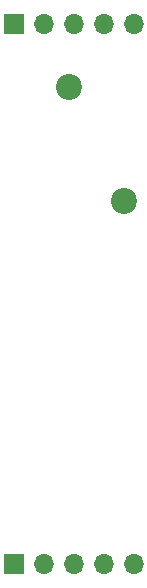
<source format=gbr>
%TF.GenerationSoftware,KiCad,Pcbnew,8.0.5*%
%TF.CreationDate,2024-11-09T04:24:37+05:30*%
%TF.ProjectId,dc_power,64635f70-6f77-4657-922e-6b696361645f,rev?*%
%TF.SameCoordinates,Original*%
%TF.FileFunction,Soldermask,Bot*%
%TF.FilePolarity,Negative*%
%FSLAX46Y46*%
G04 Gerber Fmt 4.6, Leading zero omitted, Abs format (unit mm)*
G04 Created by KiCad (PCBNEW 8.0.5) date 2024-11-09 04:24:37*
%MOMM*%
%LPD*%
G01*
G04 APERTURE LIST*
%ADD10C,2.200000*%
%ADD11R,1.700000X1.700000*%
%ADD12O,1.700000X1.700000*%
G04 APERTURE END LIST*
D10*
%TO.C,J1*%
X65205000Y-65810000D03*
X60550000Y-56135000D03*
%TD*%
D11*
%TO.C,GND1*%
X55880000Y-96520000D03*
D12*
X58420000Y-96520000D03*
X60960000Y-96520000D03*
X63500000Y-96520000D03*
X66040000Y-96520000D03*
%TD*%
D11*
%TO.C,5V1*%
X55880000Y-50800000D03*
D12*
X58420000Y-50800000D03*
X60960000Y-50800000D03*
X63500000Y-50800000D03*
X66040000Y-50800000D03*
%TD*%
M02*

</source>
